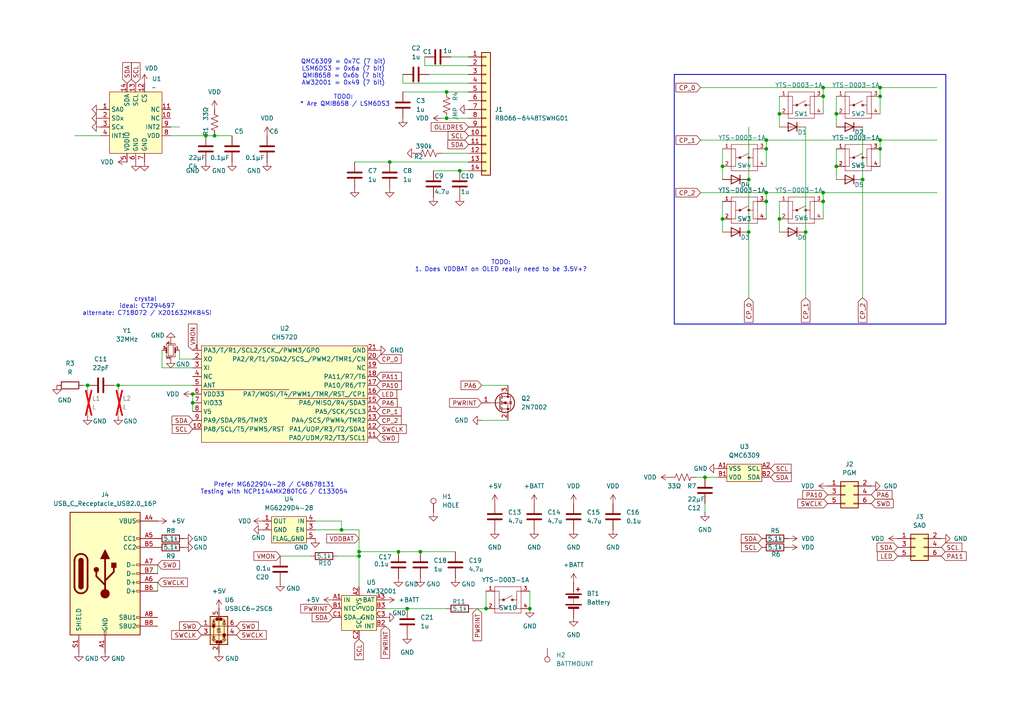
<source format=kicad_sch>
(kicad_sch (version 20250114) (generator "eeschema") (generator_version "9.0")
  (paper "A4")
  (rectangle (start 195.58 21.59) (end 274.32 93.98) (stroke (width 0.254)))
  (text "TODO:\n1. Does VDDBAT on OLED really need to be 3.5V+?" (at 145.288 77.216 0) (effects (font (size 1.27 1.27))))
  (text "Prefer MG6229D4-28 / C48678131\nTesting with NCP114AMX280TCG / C133054" (at 79.502 141.732 0) (effects (font (size 1.27 1.27))))
  (text "QMC6309 = 0x7C (7 bit)\nLSM6DS3 = 0x6a (7 bit)\nQMI8658 = 0x6b (7 bit)\nAW32001 = 0x49 (7 bit)\n\nTODO:\n * Are QMI8658 / LSM6DS3" (at 99.568 24.13 0) (effects (font (size 1.27 1.27))))
  (text "crystal \nideal: C7294697\nalternate: C718072 / X201632MKB4SI" (at 42.672 88.9 0) (effects (font (size 1.27 1.27))))
  (junction (at 118.11 176.53))
  (junction (at 242.57 33.02))
  (junction (at 34.29 111.76))
  (junction (at 59.69 39.37))
  (junction (at 238.76 25.4))
  (junction (at 104.14 160.02))
  (junction (at 242.57 48.26))
  (junction (at 113.03 46.99))
  (junction (at 222.25 58.42))
  (junction (at 25.4 111.76))
  (junction (at 255.27 25.4))
  (junction (at 209.55 48.26))
  (junction (at 153.67 176.53))
  (junction (at 133.35 49.53))
  (junction (at 238.76 58.42))
  (junction (at 222.25 55.88))
  (junction (at 129.54 26.67))
  (junction (at 115.57 160.02))
  (junction (at 204.47 138.43))
  (junction (at 121.92 160.02))
  (junction (at 238.76 27.94))
  (junction (at 217.17 52.07))
  (junction (at 255.27 27.94))
  (junction (at 99.06 153.67))
  (junction (at 222.25 40.64))
  (junction (at 233.68 67.31))
  (junction (at 62.23 39.37))
  (junction (at 238.76 55.88))
  (junction (at 217.17 67.31))
  (junction (at 226.06 63.5))
  (junction (at 55.88 114.3))
  (junction (at 255.27 43.18))
  (junction (at 222.25 43.18))
  (junction (at 255.27 40.64))
  (junction (at 226.06 33.02))
  (junction (at 104.14 161.29))
  (junction (at 129.54 34.29))
  (junction (at 209.55 63.5))
  (junction (at 250.19 52.07))
  (junction (at 140.97 176.53))
  (junction (at 55.88 116.84))
  (wire (pts (xy 255.27 27.94) (xy 255.27 33.02)))
  (wire (pts (xy 233.68 36.83) (xy 233.68 67.31)))
  (wire (pts (xy 45.72 163.83) (xy 45.72 166.37)))
  (wire (pts (xy 233.68 67.31) (xy 233.68 86.36)))
  (wire (pts (xy 81.28 161.29) (xy 90.17 161.29)))
  (wire (pts (xy 238.76 27.94) (xy 238.76 25.4)))
  (wire (pts (xy 99.06 151.13) (xy 99.06 153.67)))
  (wire (pts (xy 238.76 55.88) (xy 238.76 58.42)))
  (wire (pts (xy 203.2 40.64) (xy 222.25 40.64)))
  (wire (pts (xy 116.84 21.59) (xy 116.84 24.13)))
  (wire (pts (xy 34.29 113.03) (xy 34.29 111.76)))
  (wire (pts (xy 97.79 161.29) (xy 104.14 161.29)))
  (wire (pts (xy 209.55 63.5) (xy 209.55 67.31)))
  (wire (pts (xy 139.7 121.92) (xy 147.32 121.92)))
  (wire (pts (xy 140.97 171.45) (xy 140.97 176.53)))
  (wire (pts (xy 222.25 43.18) (xy 222.25 48.26)))
  (wire (pts (xy 242.57 27.94) (xy 242.57 33.02)))
  (wire (pts (xy 222.25 40.64) (xy 222.25 43.18)))
  (wire (pts (xy 204.47 148.59) (xy 204.47 146.05)))
  (wire (pts (xy 226.06 33.02) (xy 226.06 36.83)))
  (wire (pts (xy 33.02 111.76) (xy 34.29 111.76)))
  (wire (pts (xy 255.27 40.64) (xy 271.78 40.64)))
  (wire (pts (xy 129.54 26.67) (xy 135.89 26.67)))
  (wire (pts (xy 113.03 46.99) (xy 135.89 46.99)))
  (wire (pts (xy 222.25 40.64) (xy 255.27 40.64)))
  (wire (pts (xy 34.29 111.76) (xy 55.88 111.76)))
  (wire (pts (xy 99.06 153.67) (xy 104.14 153.67)))
  (wire (pts (xy 238.76 58.42) (xy 238.76 63.5)))
  (wire (pts (xy 204.47 138.43) (xy 208.28 138.43)))
  (wire (pts (xy 104.14 160.02) (xy 115.57 160.02)))
  (wire (pts (xy 203.2 25.4) (xy 238.76 25.4)))
  (wire (pts (xy 137.16 176.53) (xy 140.97 176.53)))
  (wire (pts (xy 118.11 176.53) (xy 111.76 176.53)))
  (wire (pts (xy 59.69 39.37) (xy 62.23 39.37)))
  (wire (pts (xy 255.27 43.18) (xy 255.27 48.26)))
  (wire (pts (xy 116.84 24.13) (xy 135.89 24.13)))
  (wire (pts (xy 217.17 36.83) (xy 217.17 52.07)))
  (wire (pts (xy 201.93 138.43) (xy 204.47 138.43)))
  (wire (pts (xy 209.55 58.42) (xy 209.55 63.5)))
  (wire (pts (xy 255.27 40.64) (xy 255.27 43.18)))
  (wire (pts (xy 128.27 44.45) (xy 135.89 44.45)))
  (wire (pts (xy 116.84 26.67) (xy 129.54 26.67)))
  (wire (pts (xy 222.25 55.88) (xy 238.76 55.88)))
  (wire (pts (xy 217.17 52.07) (xy 217.17 67.31)))
  (wire (pts (xy 222.25 55.88) (xy 222.25 58.42)))
  (wire (pts (xy 102.87 46.99) (xy 113.03 46.99)))
  (wire (pts (xy 222.25 58.42) (xy 222.25 63.5)))
  (wire (pts (xy 226.06 63.5) (xy 226.06 67.31)))
  (wire (pts (xy 55.88 116.84) (xy 55.88 119.38)))
  (wire (pts (xy 250.19 52.07) (xy 250.19 86.36)))
  (wire (pts (xy 49.53 39.37) (xy 59.69 39.37)))
  (wire (pts (xy 115.57 160.02) (xy 121.92 160.02)))
  (wire (pts (xy 123.19 16.51) (xy 123.19 19.05)))
  (wire (pts (xy 217.17 67.31) (xy 217.17 86.36)))
  (wire (pts (xy 55.88 106.68) (xy 46.99 106.68)))
  (wire (pts (xy 99.06 153.67) (xy 91.44 153.67)))
  (wire (pts (xy 46.99 106.68) (xy 46.99 101.6)))
  (wire (pts (xy 242.57 43.18) (xy 242.57 48.26)))
  (wire (pts (xy 104.14 153.67) (xy 104.14 160.02)))
  (wire (pts (xy 121.92 160.02) (xy 132.08 160.02)))
  (wire (pts (xy 118.11 176.53) (xy 129.54 176.53)))
  (wire (pts (xy 104.14 160.02) (xy 104.14 161.29)))
  (wire (pts (xy 209.55 48.26) (xy 209.55 52.07)))
  (wire (pts (xy 62.23 39.37) (xy 67.31 39.37)))
  (wire (pts (xy 226.06 58.42) (xy 226.06 63.5)))
  (wire (pts (xy 128.27 34.29) (xy 129.54 34.29)))
  (wire (pts (xy 52.07 101.6) (xy 52.07 104.14)))
  (wire (pts (xy 21.59 39.37) (xy 29.21 39.37)))
  (wire (pts (xy 55.88 114.3) (xy 55.88 116.84)))
  (wire (pts (xy 242.57 48.26) (xy 242.57 52.07)))
  (wire (pts (xy 250.19 36.83) (xy 250.19 52.07)))
  (wire (pts (xy 238.76 27.94) (xy 238.76 33.02)))
  (wire (pts (xy 203.2 55.88) (xy 222.25 55.88)))
  (wire (pts (xy 125.73 49.53) (xy 133.35 49.53)))
  (wire (pts (xy 255.27 25.4) (xy 255.27 27.94)))
  (wire (pts (xy 255.27 25.4) (xy 271.78 25.4)))
  (wire (pts (xy 226.06 27.94) (xy 226.06 33.02)))
  (wire (pts (xy 130.81 16.51) (xy 135.89 16.51)))
  (wire (pts (xy 45.72 168.91) (xy 45.72 171.45)))
  (wire (pts (xy 133.35 49.53) (xy 135.89 49.53)))
  (wire (pts (xy 124.46 21.59) (xy 135.89 21.59)))
  (wire (pts (xy 52.07 104.14) (xy 55.88 104.14)))
  (wire (pts (xy 123.19 19.05) (xy 135.89 19.05)))
  (wire (pts (xy 238.76 55.88) (xy 271.78 55.88)))
  (wire (pts (xy 25.4 113.03) (xy 25.4 111.76)))
  (wire (pts (xy 153.67 171.45) (xy 153.67 176.53)))
  (wire (pts (xy 139.7 111.76) (xy 147.32 111.76)))
  (wire (pts (xy 91.44 151.13) (xy 99.06 151.13)))
  (wire (pts (xy 242.57 33.02) (xy 242.57 36.83)))
  (wire (pts (xy 209.55 43.18) (xy 209.55 48.26)))
  (wire (pts (xy 104.14 161.29) (xy 104.14 170.18)))
  (wire (pts (xy 129.54 34.29) (xy 135.89 34.29)))
  (wire (pts (xy 52.07 36.83) (xy 49.53 36.83)))
  (wire (pts (xy 25.4 111.76) (xy 24.13 111.76)))
  (wire (pts (xy 238.76 25.4) (xy 255.27 25.4)))
  (global_label "SWCLK" (shape input) (at 58.42 184.15 180) (property "Intersheetrefs" "${INTERSHEET_REFS}" (effects (hide yes))))
  (global_label "SDA" (shape input) (at 96.52 179.07 180) (property "Intersheetrefs" "${INTERSHEET_REFS}" (effects (hide yes))))
  (global_label "PA10" (shape input) (at 109.22 111.76 0) (property "Intersheetrefs" "${INTERSHEET_REFS}" (effects (hide yes))))
  (global_label "PA10" (shape input) (at 240.03 143.51 180) (property "Intersheetrefs" "${INTERSHEET_REFS}" (effects (hide yes))))
  (global_label "SDA" (shape input) (at 135.89 41.91 180) (property "Intersheetrefs" "${INTERSHEET_REFS}" (effects (hide yes))))
  (global_label "PWRINT" (shape input) (at 139.7 116.84 180) (property "Intersheetrefs" "${INTERSHEET_REFS}" (effects (hide yes))))
  (global_label "PA11" (shape input) (at 109.22 109.22 0) (property "Intersheetrefs" "${INTERSHEET_REFS}" (effects (hide yes))))
  (global_label "SWCLK" (shape input) (at 45.72 168.91 0) (property "Intersheetrefs" "${INTERSHEET_REFS}" (effects (hide yes))))
  (global_label "LED" (shape input) (at 109.22 114.3 0) (property "Intersheetrefs" "${INTERSHEET_REFS}" (effects (hide yes))))
  (global_label "SCL" (shape input) (at 220.98 158.75 180) (property "Intersheetrefs" "${INTERSHEET_REFS}" (effects (hide yes))))
  (global_label "CP_0" (shape input) (at 203.2 25.4 180) (property "Intersheetrefs" "${INTERSHEET_REFS}" (effects (hide yes))))
  (global_label "SWD" (shape input) (at 58.42 181.61 180) (property "Intersheetrefs" "${INTERSHEET_REFS}" (effects (hide yes))))
  (global_label "SWCLK" (shape input) (at 68.58 184.15 0) (property "Intersheetrefs" "${INTERSHEET_REFS}" (effects (hide yes))))
  (global_label "VMON" (shape input) (at 81.28 161.29 180) (property "Intersheetrefs" "${INTERSHEET_REFS}" (effects (hide yes))))
  (global_label "CP_2" (shape input) (at 109.22 121.92 0) (property "Intersheetrefs" "${INTERSHEET_REFS}" (effects (hide yes))))
  (global_label "SWD" (shape input) (at 109.22 127 0) (property "Intersheetrefs" "${INTERSHEET_REFS}" (effects (hide yes))))
  (global_label "SDA" (shape input) (at 36.83 24.13 90) (property "Intersheetrefs" "${INTERSHEET_REFS}" (effects (hide yes))))
  (global_label "VMON" (shape input) (at 55.88 101.6 90) (property "Intersheetrefs" "${INTERSHEET_REFS}" (effects (hide yes))))
  (global_label "SCL" (shape input) (at 223.52 135.89 0) (property "Intersheetrefs" "${INTERSHEET_REFS}" (effects (hide yes))))
  (global_label "PA6" (shape input) (at 139.7 111.76 180) (property "Intersheetrefs" "${INTERSHEET_REFS}" (effects (hide yes))))
  (global_label "SDA" (shape input) (at 223.52 138.43 0) (property "Intersheetrefs" "${INTERSHEET_REFS}" (effects (hide yes))))
  (global_label "SWD" (shape input) (at 252.73 146.05 0) (property "Intersheetrefs" "${INTERSHEET_REFS}" (effects (hide yes))))
  (global_label "SWCLK" (shape input) (at 109.22 124.46 0) (property "Intersheetrefs" "${INTERSHEET_REFS}" (effects (hide yes))))
  (global_label "SCL" (shape input) (at 39.37 24.13 90) (property "Intersheetrefs" "${INTERSHEET_REFS}" (effects (hide yes))))
  (global_label "SCL" (shape input) (at 273.05 158.75 0) (property "Intersheetrefs" "${INTERSHEET_REFS}" (effects (hide yes))))
  (global_label "CP_1" (shape input) (at 109.22 119.38 0) (property "Intersheetrefs" "${INTERSHEET_REFS}" (effects (hide yes))))
  (global_label "SDA" (shape input) (at 260.35 158.75 180) (property "Intersheetrefs" "${INTERSHEET_REFS}" (effects (hide yes))))
  (global_label "OLEDRES" (shape input) (at 135.89 36.83 180) (property "Intersheetrefs" "${INTERSHEET_REFS}" (effects (hide yes))))
  (global_label "PWRINT" (shape input) (at 111.76 181.61 270) (property "Intersheetrefs" "${INTERSHEET_REFS}" (effects (hide yes))))
  (global_label "SWD" (shape input) (at 45.72 163.83 0) (property "Intersheetrefs" "${INTERSHEET_REFS}" (effects (hide yes))))
  (global_label "PWRINT" (shape input) (at 96.52 176.53 180) (property "Intersheetrefs" "${INTERSHEET_REFS}" (effects (hide yes))))
  (global_label "CP_2" (shape input) (at 203.2 55.88 180) (property "Intersheetrefs" "${INTERSHEET_REFS}" (effects (hide yes))))
  (global_label "PA6" (shape input) (at 109.22 116.84 0) (property "Intersheetrefs" "${INTERSHEET_REFS}" (effects (hide yes))))
  (global_label "PWRINT" (shape input) (at 138.43 176.53 270) (property "Intersheetrefs" "${INTERSHEET_REFS}" (effects (hide yes))))
  (global_label "CP_1" (shape input) (at 203.2 40.64 180) (property "Intersheetrefs" "${INTERSHEET_REFS}" (effects (hide yes))))
  (global_label "VDDBAT" (shape input) (at 104.14 156.21 180) (property "Intersheetrefs" "${INTERSHEET_REFS}" (effects (hide yes))))
  (global_label "CP_2" (shape input) (at 250.19 86.36 270) (property "Intersheetrefs" "${INTERSHEET_REFS}" (effects (hide yes))))
  (global_label "CP_0" (shape input) (at 109.22 104.14 0) (property "Intersheetrefs" "${INTERSHEET_REFS}" (effects (hide yes))))
  (global_label "SWCLK" (shape input) (at 240.03 146.05 180) (property "Intersheetrefs" "${INTERSHEET_REFS}" (effects (hide yes))))
  (global_label "LED" (shape input) (at 260.35 161.29 180) (property "Intersheetrefs" "${INTERSHEET_REFS}" (effects (hide yes))))
  (global_label "PA6" (shape input) (at 252.73 143.51 0) (property "Intersheetrefs" "${INTERSHEET_REFS}" (effects (hide yes))))
  (global_label "CP_1" (shape input) (at 233.68 86.36 270) (property "Intersheetrefs" "${INTERSHEET_REFS}" (effects (hide yes))))
  (global_label "SCL" (shape input) (at 104.14 185.42 270) (property "Intersheetrefs" "${INTERSHEET_REFS}" (effects (hide yes))))
  (global_label "SCL" (shape input) (at 55.88 124.46 180) (property "Intersheetrefs" "${INTERSHEET_REFS}" (effects (hide yes))))
  (global_label "SDA" (shape input) (at 220.98 156.21 180) (property "Intersheetrefs" "${INTERSHEET_REFS}" (effects (hide yes))))
  (global_label "SWD" (shape input) (at 68.58 181.61 0) (property "Intersheetrefs" "${INTERSHEET_REFS}" (effects (hide yes))))
  (global_label "SDA" (shape input) (at 55.88 121.92 180) (property "Intersheetrefs" "${INTERSHEET_REFS}" (effects (hide yes))))
  (global_label "CP_0" (shape input) (at 217.17 86.36 270) (property "Intersheetrefs" "${INTERSHEET_REFS}" (effects (hide yes))))
  (global_label "SCL" (shape input) (at 135.89 39.37 180) (property "Intersheetrefs" "${INTERSHEET_REFS}" (effects (hide yes))))
  (global_label "PA11" (shape input) (at 273.05 161.29 0) (property "Intersheetrefs" "${INTERSHEET_REFS}" (effects (hide yes))))
  (symbol (lib_id "Swadge_Parts:GND") (at 77.47 46.99 0) (unit 1)
    (property "Reference" "#PWR015" (effects (hide yes)))
    (property "Value" "GND" (at 73.66 49.53 0))
  )
  (symbol (lib_id "Connector:TestPoint") (at 158.75 187.96 180) (unit 1) (in_bom no)
    (property "Reference" "H2" (at 161.29 189.9919 0) (effects (justify right)))
    (property "Value" "BATTMOUNT" (at 161.29 192.5319 0) (effects (justify right)))
    (property "Footprint" "MountingHole:MountingHole_2.1mm" (effects (hide yes)))
    (property "Description" "test point" (effects (hide yes)))
  )
  (symbol (lib_id "cnhardware:QMC6309") (at 215.9 137.16 0) (unit 1)
    (property "Reference" "U3" (at 215.9 129.54 0))
    (property "Value" "QMC6309" (at 215.9 132.08 0))
    (property "Footprint" "Package_BGA:WLP-4_0.83x0.83mm_P0.4mm" (effects (hide yes)))
    (property "LCSC" "C5439871" (effects (hide yes)))
  )
  (symbol (lib_id "cnhardware:AW32001E-BMS") (at 104.14 176.53 0) (unit 1)
    (property "Reference" "U5" (at 106.2833 168.91 0) (effects (justify left)))
    (property "Value" "AW32001" (at 106.2833 171.45 0) (effects (justify left)))
    (property "Footprint" "cnhardware:WLCSP-9-P0.5mm" (effects (hide yes)))
    (property "LCSC" "C5125890" (effects (hide yes)))
  )
  (symbol (lib_id "Swadge_Parts:R_US") (at 198.12 138.43 270) (unit 1)
    (property "Reference" "R7" (at 200.66 140.97 90))
    (property "Value" "33Ω" (at 195.58 140.97 90))
    (property "Footprint" "Resistor_SMD:R_0603_1608Metric" (effects (hide yes)))
    (property "Cost100" "10" (effects (hide yes)))
    (property "Substitutable" "Y" (effects (hide yes)))
    (property "LCSC" "C23140" (effects (hide yes)))
    (property "Cost @ 2.5k" "0.0008" (effects (hide yes)))
  )
  (symbol (lib_id "power:GND") (at 118.11 184.15 0) (unit 1)
    (property "Reference" "#PWR063" (effects (hide yes)))
    (property "Value" "GND" (at 118.11 189.23 0))
    (property "Description" "Power symbol creates a global label with name \"GND\" , ground" (effects (hide yes)))
  )
  (symbol (lib_id "Swadge_Parts:C") (at 59.69 43.18 0) (unit 1)
    (property "Reference" "C4" (at 54.61 48.26 0) (effects (justify left)))
    (property "Value" "22μF" (at 54.61 45.72 0) (effects (justify left)))
    (property "Footprint" "Capacitor_SMD:C_0603_1608Metric" (effects (hide yes)))
    (property "Cost100" "10" (effects (hide yes)))
    (property "Substitutable" "Y" (effects (hide yes)))
    (property "LCSC" "C59461" (effects (hide yes)))
    (property "Cost @ 2.5k" "0.0079" (effects (hide yes)))
  )
  (symbol (lib_id "Device:R") (at 93.98 161.29 90) (unit 1)
    (property "Reference" "R10" (at 94.234 163.322 90))
    (property "Value" "5.1k" (at 93.98 161.29 90))
    (property "Footprint" "Resistor_SMD:R_0402_1005Metric" (effects (hide yes)))
    (property "Description" "Resistor" (effects (hide yes)))
    (property "LCSC" "C25905" (effects (hide yes)))
  )
  (symbol (lib_id "power:GND") (at 166.37 179.07 0) (unit 1)
    (property "Reference" "#PWR062" (effects (hide yes)))
    (property "Value" "GND" (at 166.37 184.15 0))
    (property "Description" "Power symbol creates a global label with name \"GND\" , ground" (effects (hide yes)))
  )
  (symbol (lib_id "power:GND") (at 81.28 168.91 0) (mirror y) (unit 1)
    (property "Reference" "#PWR055" (effects (hide yes)))
    (property "Value" "GND" (at 87.122 170.688 0) (effects (justify left)))
  )
  (symbol (lib_id "power:GND") (at 204.47 148.59 0) (unit 1)
    (property "Reference" "#PWR039" (effects (hide yes)))
    (property "Value" "GND" (at 204.47 153.67 0))
    (property "Description" "Power symbol creates a global label with name \"GND\" , ground" (effects (hide yes)))
  )
  (symbol (lib_id "power:VDD") (at 36.83 46.99 90) (unit 1)
    (property "Reference" "#PWR010" (effects (hide yes)))
    (property "Value" "VDD" (at 33.02 46.9899 90) (effects (justify left)))
  )
  (symbol (lib_id "Device:R") (at 20.32 111.76 90) (unit 1)
    (property "Reference" "R3" (at 20.32 105.41 90))
    (property "Value" "R" (at 20.32 107.95 90))
    (property "Footprint" "RF_Antenna:Texas_SWRA117D_2.4GHz_Right" (effects (hide yes)))
    (property "Description" "Resistor" (effects (hide yes)))
  )
  (symbol (lib_id "power:GND") (at 132.08 167.64 0) (mirror y) (unit 1)
    (property "Reference" "#PWR054" (effects (hide yes)))
    (property "Value" "GND" (at 137.922 169.418 0) (effects (justify left)))
  )
  (symbol (lib_id "power:GND") (at 22.86 189.23 0) (mirror y) (unit 1)
    (property "Reference" "#PWR064" (effects (hide yes)))
    (property "Value" "GND" (at 28.702 191.008 0) (effects (justify left)))
  )
  (symbol (lib_id "power:VDD") (at 228.6 158.75 270) (unit 1)
    (property "Reference" "#PWR029" (effects (hide yes)))
    (property "Value" "VDD" (at 232.41 158.7499 90) (effects (justify left)))
  )
  (symbol (lib_id "Swadge_Parts:YTS-D003-1A") (at 248.92 45.72 0) (unit 1)
    (property "Reference" "SW5" (at 248.92 48.006 0))
    (property "Value" "YTS-D003-1A" (at 241.3 40.64 0) (effects (justify left bottom)))
    (property "Footprint" "cnhardware:YTS-D003-1A" (effects (hide yes)))
    (property "Datasheet" "https://datasheet.lcsc.com/lcsc/2111291730_YIYUAN-YTS-D003-1A_C2910918.pdf" (effects (hide yes)))
    (property "Digikey" "2223-TS04-66-65-BK-100-SMT-ND" (effects (hide yes)))
    (property "Cost100" "1" (effects (hide yes)))
    (property "Substitutable" "Y" (effects (hide yes)))
    (property "Notes" "Use low operating force (100gf) SMT box tactile buttons" (effects (hide yes)))
    (property "LCSC" "C2910918" (effects (hide yes)))
  )
  (symbol (lib_id "Swadge_Parts:GND") (at 41.91 46.99 0) (unit 1)
    (property "Reference" "#PWR012" (effects (hide yes)))
    (property "Value" "GND" (effects (hide yes)))
  )
  (symbol (lib_id "Swadge_Parts:GND") (at 116.84 34.29 0) (unit 1)
    (property "Reference" "#PWR06" (effects (hide yes)))
    (property "Value" "GND" (effects (hide yes)))
  )
  (symbol (lib_id "Swadge_Parts:GND") (at 29.21 31.75 270) (unit 1)
    (property "Reference" "#PWR02" (effects (hide yes)))
    (property "Value" "GND" (effects (hide yes)))
  )
  (symbol (lib_id "Connector_Generic:Conn_02x03_Odd_Even") (at 245.11 143.51 0) (unit 1)
    (property "Reference" "J2" (at 246.38 134.62 0))
    (property "Value" "PGM" (at 246.38 137.16 0))
    (property "Footprint" "Connector_PinHeader_2.54mm:PinHeader_2x03_P2.54mm_Vertical_SMD" (effects (hide yes)))
    (property "Description" "Generic connector, double row, 02x03, odd/even pin numbering scheme (row 1 odd numbers, row 2 even numbers), script generated (kicad-library-utils/schlib/autogen/connector/)" (effects (hide yes)))
    (property "LCSC" "C192301" (effects (hide yes)))
  )
  (symbol (lib_id "power:+BATT") (at 111.76 173.99 270) (unit 1)
    (property "Reference" "#PWR058" (effects (hide yes)))
    (property "Value" "+BATT" (at 115.57 173.9899 90) (effects (justify left)))
    (property "Description" "Power symbol creates a global label with name \"+BATT\"" (effects (hide yes)))
  )
  (symbol (lib_id "Device:C") (at 127 16.51 90) (unit 1)
    (property "Reference" "C1" (at 123.952 14.986 90))
    (property "Value" "1u" (at 129.794 14.732 90))
    (property "Footprint" "Capacitor_SMD:C_0402_1005Metric" (effects (hide yes)))
    (property "Description" "Unpolarized capacitor" (effects (hide yes)))
    (property "LCSC" "C52923" (effects (hide yes)))
  )
  (symbol (lib_id "cnhardware:LSM6DSL") (at 39.37 35.56 0) (unit 1)
    (property "Reference" "U1" (at 44.0533 22.86 0) (effects (justify left)))
    (property "Value" "~" (at 44.0533 25.4 0) (effects (justify left)))
    (property "Footprint" "cnhardware:LGA-14_3x2.5mm_P0.5mm_LayoutBorder3x4y_EVEN_PADS" (effects (hide yes)))
    (property "LCSC" "C967633" (effects (hide yes)))
  )
  (symbol (lib_id "power:GND") (at 273.05 156.21 90) (unit 1)
    (property "Reference" "#PWR050" (effects (hide yes)))
    (property "Value" "GND" (at 280.67 156.21 90) (effects (justify left)))
  )
  (symbol (lib_id "Device:D") (at 246.38 36.83 180) (unit 1)
    (property "Reference" "D2" (at 249.174 38.354 0))
    (property "Value" "1N4148WS" (effects (hide yes)))
    (property "Footprint" "Diode_SMD:D_SOD-323_HandSoldering" (effects (hide yes)))
    (property "Description" "Diode" (effects (hide yes)))
    (property "Sim.Device" "D" (effects (hide yes)))
    (property "Sim.Pins" "1=K 2=A" (effects (hide yes)))
    (property "LCSC" "C2128" (effects (hide yes)))
  )
  (symbol (lib_id "Device:C") (at 125.73 53.34 0) (unit 1)
    (property "Reference" "C9" (at 125.984 51.054 0) (effects (justify left)))
    (property "Value" "4.7u" (at 125.984 55.626 0) (effects (justify left)))
    (property "Footprint" "Capacitor_SMD:C_0402_1005Metric" (effects (hide yes)))
    (property "Description" "Unpolarized capacitor" (effects (hide yes)))
    (property "LCSC" "C368809" (effects (hide yes)))
  )
  (symbol (lib_id "power:+5V") (at 63.5 176.53 0) (unit 1)
    (property "Reference" "#PWR059" (effects (hide yes)))
    (property "Value" "+5V" (at 63.5 171.45 0))
    (property "Description" "Power symbol creates a global label with name \"+5V\"" (effects (hide yes)))
  )
  (symbol (lib_id "Device:C") (at 118.11 180.34 0) (unit 1)
    (property "Reference" "C21" (at 121.92 179.0699 0) (effects (justify left)))
    (property "Value" "1u" (at 121.92 181.6099 0) (effects (justify left)))
    (property "Footprint" "Capacitor_SMD:C_0402_1005Metric" (effects (hide yes)))
    (property "Description" "Unpolarized capacitor" (effects (hide yes)))
    (property "LCSC" "C52923" (effects (hide yes)))
  )
  (symbol (lib_id "Device:C") (at 121.92 163.83 0) (unit 1)
    (property "Reference" "C18" (at 125.73 162.5599 0) (effects (justify left)))
    (property "Value" "1u" (at 125.73 165.0999 0) (effects (justify left)))
    (property "Footprint" "Capacitor_SMD:C_0402_1005Metric" (effects (hide yes)))
    (property "Description" "Unpolarized capacitor" (effects (hide yes)))
    (property "LCSC" "C52923" (effects (hide yes)))
  )
  (symbol (lib_id "Device:Crystal_GND24_Small") (at 49.53 101.6 0) (mirror y) (unit 1)
    (property "Reference" "Y1" (at 36.83 95.8782 0))
    (property "Value" "32MHz" (at 36.83 98.4182 0))
    (property "Footprint" "Crystal:Crystal_SMD_2016-4Pin_2.0x1.6mm" (effects (hide yes)))
    (property "Description" "Four pin crystal, GND on pins 2 and 4, small symbol" (effects (hide yes)))
    (property "LCSC" "C7294697" (effects (hide yes)))
  )
  (symbol (lib_id "Swadge_Parts:GND") (at 102.87 54.61 0) (unit 1)
    (property "Reference" "#PWR016" (effects (hide yes)))
    (property "Value" "GND" (effects (hide yes)))
  )
  (symbol (lib_id "power:+BATT") (at 166.37 168.91 0) (unit 1)
    (property "Reference" "#PWR056" (effects (hide yes)))
    (property "Value" "+BATT" (at 166.37 163.83 0))
    (property "Description" "Power symbol creates a global label with name \"+BATT\"" (effects (hide yes)))
  )
  (symbol (lib_id "power:GND") (at 143.51 153.67 0) (unit 1)
    (property "Reference" "#PWR043" (effects (hide yes)))
    (property "Value" "GND" (at 143.51 158.75 0))
    (property "Description" "Power symbol creates a global label with name \"GND\" , ground" (effects (hide yes)))
  )
  (symbol (lib_id "power:+5V") (at 143.51 146.05 0) (unit 1)
    (property "Reference" "#PWR034" (effects (hide yes)))
    (property "Value" "+5V" (at 143.51 140.97 0))
    (property "Description" "Power symbol creates a global label with name \"+5V\"" (effects (hide yes)))
  )
  (symbol (lib_id "power:GND") (at 91.44 156.21 0) (mirror y) (unit 1)
    (property "Reference" "#PWR048" (effects (hide yes)))
    (property "Value" "GND" (at 89.408 158.75 0) (effects (justify left)))
  )
  (symbol (lib_id "Device:R") (at 49.53 158.75 90) (unit 1)
    (property "Reference" "R9" (at 49.53 161.29 90))
    (property "Value" "5.1k" (at 49.53 158.75 90))
    (property "Footprint" "Resistor_SMD:R_0402_1005Metric" (effects (hide yes)))
    (property "Description" "Resistor" (effects (hide yes)))
    (property "LCSC" "C25905" (effects (hide yes)))
  )
  (symbol (lib_id "power:GND") (at 111.76 179.07 90) (mirror x) (unit 1)
    (property "Reference" "#PWR061" (effects (hide yes)))
    (property "Value" "GND" (at 117.856 177.8 90) (effects (justify left)))
  )
  (symbol (lib_id "power:GND") (at 63.5 189.23 0) (mirror y) (unit 1)
    (property "Reference" "#PWR066" (effects (hide yes)))
    (property "Value" "GND" (at 69.342 191.008 0) (effects (justify left)))
  )
  (symbol (lib_id "Device:C") (at 177.8 149.86 0) (unit 1)
    (property "Reference" "C16" (at 181.61 148.5899 0) (effects (justify left)))
    (property "Value" "0.1u" (at 181.61 151.1299 0) (effects (justify left)))
    (property "Footprint" "Capacitor_SMD:C_0402_1005Metric" (effects (hide yes)))
    (property "Description" "Unpolarized capacitor" (effects (hide yes)))
    (property "LCSC" "C307331" (effects (hide yes)))
  )
  (symbol (lib_id "power:GND") (at 53.34 156.21 90) (mirror x) (unit 1)
    (property "Reference" "#PWR047" (effects (hide yes)))
    (property "Value" "GND" (at 60.198 156.21 90) (effects (justify left)))
  )
  (symbol (lib_id "power:+5V") (at 96.52 173.99 90) (unit 1)
    (property "Reference" "#PWR057" (effects (hide yes)))
    (property "Value" "+5V" (at 92.71 173.9899 90) (effects (justify left)))
    (property "Description" "Power symbol creates a global label with name \"+5V\"" (effects (hide yes)))
  )
  (symbol (lib_id "Device:L") (at 25.4 116.84 0) (unit 1) (in_bom no) (dnp yes)
    (property "Reference" "L1" (at 26.67 115.5699 0) (effects (justify left)))
    (property "Value" "L" (at 26.67 118.1099 0) (effects (justify left)))
    (property "Footprint" "Inductor_SMD:L_0402_1005Metric" (effects (hide yes)))
    (property "Description" "Inductor" (effects (hide yes)))
  )
  (symbol (lib_id "power:VDD") (at 128.27 34.29 90) (unit 1)
    (property "Reference" "#PWR025" (effects (hide yes)))
    (property "Value" "VDD" (at 124.46 34.2899 90) (effects (justify left)))
  )
  (symbol (lib_id "Device:R") (at 49.53 156.21 90) (unit 1)
    (property "Reference" "R8" (at 49.53 153.924 90))
    (property "Value" "5.1k" (at 49.53 156.21 90))
    (property "Footprint" "Resistor_SMD:R_0402_1005Metric" (effects (hide yes)))
    (property "Description" "Resistor" (effects (hide yes)))
    (property "LCSC" "C25905" (effects (hide yes)))
  )
  (symbol (lib_id "power:GND") (at 76.2 153.67 270) (mirror x) (unit 1)
    (property "Reference" "#PWR042" (effects (hide yes)))
    (property "Value" "GND" (at 72.898 155.956 90) (effects (justify left)))
  )
  (symbol (lib_id "Swadge_Parts:YTS-D003-1A") (at 215.9 60.96 0) (unit 1)
    (property "Reference" "SW3" (at 215.9 63.5 0))
    (property "Value" "YTS-D003-1A" (at 208.28 55.88 0) (effects (justify left bottom)))
    (property "Footprint" "cnhardware:YTS-D003-1A" (effects (hide yes)))
    (property "Datasheet" "https://datasheet.lcsc.com/lcsc/2111291730_YIYUAN-YTS-D003-1A_C2910918.pdf" (effects (hide yes)))
    (property "Digikey" "2223-TS04-66-65-BK-100-SMT-ND" (effects (hide yes)))
    (property "Cost100" "1" (effects (hide yes)))
    (property "Substitutable" "Y" (effects (hide yes)))
    (property "Notes" "Use low operating force (100gf) SMT box tactile buttons" (effects (hide yes)))
    (property "LCSC" "C2910918" (effects (hide yes)))
  )
  (symbol (lib_id "Power_Protection:USBLC6-2SC6") (at 63.5 181.61 0) (unit 1)
    (property "Reference" "U6" (at 65.1511 173.99 0) (effects (justify left)))
    (property "Value" "USBLC6-2SC6" (at 65.1511 176.53 0) (effects (justify left)))
    (property "Footprint" "Package_TO_SOT_SMD:SOT-363_SC-70-6" (effects (hide yes)))
    (property "Datasheet" "https://www.st.com/resource/en/datasheet/usblc6-2.pdf" (effects (hide yes)))
    (property "Description" "Very low capacitance ESD protection diode, 2 data-line, SOT-23-6" (effects (hide yes)))
    (property "LCSC" "C1973965" (effects (hide yes)))
  )
  (symbol (lib_id "Swadge_Parts:R_US") (at 129.54 30.48 0) (unit 1)
    (property "Reference" "R4" (at 132.08 27.94 90))
    (property "Value" "JMP" (at 132.08 33.02 90))
    (property "Footprint" "Resistor_SMD:R_0603_1608Metric" (effects (hide yes)))
    (property "Cost100" "10" (effects (hide yes)))
    (property "Substitutable" "Y" (effects (hide yes)))
    (property "LCSC" "C21189" (effects (hide yes)))
    (property "Cost @ 2.5k" "0.0008" (effects (hide yes)))
  )
  (symbol (lib_id "Connector:USB_C_Receptacle_USB2.0_16P") (at 30.48 166.37 0) (unit 1)
    (property "Reference" "J4" (at 30.48 143.51 0))
    (property "Value" "USB_C_Receptacle_USB2.0_16P" (at 30.48 146.05 0))
    (property "Footprint" "cnhardware:USB_C_MOD_Receptacle_HRO_TYPE-C-31-M-12" (effects (hide yes)))
    (property "Datasheet" "https://www.usb.org/sites/default/files/documents/usb_type-c.zip" (effects (hide yes)))
    (property "Description" "USB 2.0-only 16P Type-C Receptacle connector" (effects (hide yes)))
    (property "LCSC" "C2765186" (effects (hide yes)))
  )
  (symbol (lib_id "Device:D") (at 246.38 52.07 180) (unit 1)
    (property "Reference" "D5" (at 249.174 53.594 0))
    (property "Value" "1N4148WS" (effects (hide yes)))
    (property "Footprint" "Diode_SMD:D_SOD-323_HandSoldering" (effects (hide yes)))
    (property "Description" "Diode" (effects (hide yes)))
    (property "Sim.Device" "D" (effects (hide yes)))
    (property "Sim.Pins" "1=K 2=A" (effects (hide yes)))
    (property "LCSC" "C2128" (effects (hide yes)))
  )
  (symbol (lib_id "power:GND") (at 139.7 121.92 270) (unit 1)
    (property "Reference" "#PWR067" (effects (hide yes)))
    (property "Value" "GND" (at 135.89 121.9199 90) (effects (justify right)))
    (property "Description" "Power symbol creates a global label with name \"GND\" , ground" (effects (hide yes)))
  )
  (symbol (lib_id "power:GND") (at 25.4 120.65 0) (mirror y) (unit 1)
    (property "Reference" "#PWR026" (effects (hide yes)))
    (property "Value" "GND" (at 30.988 122.174 0) (effects (justify left)))
  )
  (symbol (lib_id "power:GND") (at 30.48 189.23 0) (mirror y) (unit 1)
    (property "Reference" "#PWR065" (effects (hide yes)))
    (property "Value" "GND" (at 36.322 191.008 0) (effects (justify left)))
  )
  (symbol (lib_id "Device:C") (at 132.08 163.83 0) (unit 1)
    (property "Reference" "C19" (at 135.89 162.5599 0) (effects (justify left)))
    (property "Value" "4.7u" (at 135.89 165.0999 0) (effects (justify left)))
    (property "Footprint" "Capacitor_SMD:C_0402_1005Metric" (effects (hide yes)))
    (property "Description" "Unpolarized capacitor" (effects (hide yes)))
    (property "LCSC" "C368809" (effects (hide yes)))
  )
  (symbol (lib_id "power:GND") (at 177.8 153.67 0) (unit 1)
    (property "Reference" "#PWR046" (effects (hide yes)))
    (property "Value" "GND" (at 177.8 158.75 0))
    (property "Description" "Power symbol creates a global label with name \"GND\" , ground" (effects (hide yes)))
  )
  (symbol (lib_id "Connector:TestPoint") (at 125.73 148.59 0) (unit 1) (in_bom no)
    (property "Reference" "H1" (at 128.27 144.0179 0) (effects (justify left)))
    (property "Value" "HOLE" (at 128.27 146.5579 0) (effects (justify left)))
    (property "Footprint" "MountingHole:MountingHole_5.3mm_M5_DIN965_Pad" (effects (hide yes)))
    (property "Description" "test point" (effects (hide yes)))
  )
  (symbol (lib_id "Device:C") (at 116.84 30.48 0) (unit 1)
    (property "Reference" "C3" (at 120.65 29.2099 0) (effects (justify left)))
    (property "Value" "1u" (at 120.65 31.7499 0) (effects (justify left)))
    (property "Footprint" "Capacitor_SMD:C_0402_1005Metric" (effects (hide yes)))
    (property "Description" "Unpolarized capacitor" (effects (hide yes)))
    (property "LCSC" "C52923" (effects (hide yes)))
  )
  (symbol (lib_id "power:GND") (at 208.28 135.89 270) (unit 1)
    (property "Reference" "#PWR030" (effects (hide yes)))
    (property "Value" "GND" (at 203.2 135.89 90))
    (property "Description" "Power symbol creates a global label with name \"GND\" , ground" (effects (hide yes)))
  )
  (symbol (lib_id "Connector_Generic:Conn_02x03_Odd_Even") (at 265.43 158.75 0) (unit 1)
    (property "Reference" "J3" (at 266.7 149.86 0))
    (property "Value" "SAO" (at 266.7 152.4 0))
    (property "Footprint" "Connector_PinHeader_2.54mm:PinHeader_2x03_P2.54mm_Vertical_SMD" (effects (hide yes)))
    (property "Description" "Generic connector, double row, 02x03, odd/even pin numbering scheme (row 1 odd numbers, row 2 even numbers), script generated (kicad-library-utils/schlib/autogen/connector/)" (effects (hide yes)))
    (property "LCSC" "C192301" (effects (hide yes)))
  )
  (symbol (lib_id "power:GND") (at 115.57 167.64 0) (mirror y) (unit 1)
    (property "Reference" "#PWR052" (effects (hide yes)))
    (property "Value" "GND" (at 121.412 169.418 0) (effects (justify left)))
  )
  (symbol (lib_id "Device:C") (at 29.21 111.76 90) (unit 1)
    (property "Reference" "C11" (at 29.21 104.14 90))
    (property "Value" "22pF" (at 29.21 106.68 90))
    (property "Footprint" "Capacitor_SMD:C_0402_1005Metric" (effects (hide yes)))
    (property "Description" "Unpolarized capacitor" (effects (hide yes)))
    (property "LCSC" "C1555" (effects (hide yes)))
  )
  (symbol (lib_id "Device:C") (at 115.57 163.83 0) (unit 1)
    (property "Reference" "C17" (at 109.728 161.544 0) (effects (justify left)))
    (property "Value" "0.1u" (at 108.458 163.576 0) (effects (justify left)))
    (property "Footprint" "Capacitor_SMD:C_0402_1005Metric" (effects (hide yes)))
    (property "Description" "Unpolarized capacitor" (effects (hide yes)))
    (property "LCSC" "C307331" (effects (hide yes)))
  )
  (symbol (lib_id "Device:D") (at 213.36 52.07 180) (unit 1)
    (property "Reference" "D4" (at 216.154 53.594 0))
    (property "Value" "1N4148WS" (effects (hide yes)))
    (property "Footprint" "Diode_SMD:D_SOD-323_HandSoldering" (effects (hide yes)))
    (property "Description" "Diode" (effects (hide yes)))
    (property "Sim.Device" "D" (effects (hide yes)))
    (property "Sim.Pins" "1=K 2=A" (effects (hide yes)))
    (property "LCSC" "C2128" (effects (hide yes)))
  )
  (symbol (lib_id "Swadge_Parts:YTS-D003-1A") (at 248.92 30.48 0) (unit 1)
    (property "Reference" "SW2" (at 248.92 33.02 0))
    (property "Value" "YTS-D003-1A" (at 241.3 25.4 0) (effects (justify left bottom)))
    (property "Footprint" "cnhardware:YTS-D003-1A" (effects (hide yes)))
    (property "Datasheet" "https://datasheet.lcsc.com/lcsc/2111291730_YIYUAN-YTS-D003-1A_C2910918.pdf" (effects (hide yes)))
    (property "Digikey" "2223-TS04-66-65-BK-100-SMT-ND" (effects (hide yes)))
    (property "Cost100" "1" (effects (hide yes)))
    (property "Substitutable" "Y" (effects (hide yes)))
    (property "Notes" "Use low operating force (100gf) SMT box tactile buttons" (effects (hide yes)))
    (property "LCSC" "C2910918" (effects (hide yes)))
  )
  (symbol (lib_id "power:VDD") (at 76.2 151.13 90) (unit 1)
    (property "Reference" "#PWR041" (effects (hide yes)))
    (property "Value" "VDD" (at 69.088 151.13 90) (effects (justify right)))
  )
  (symbol (lib_id "Device:D") (at 229.87 36.83 180) (unit 1)
    (property "Reference" "D1" (at 232.664 38.354 0))
    (property "Value" "1N4148WS" (effects (hide yes)))
    (property "Footprint" "Diode_SMD:D_SOD-323_HandSoldering" (effects (hide yes)))
    (property "Description" "Diode" (effects (hide yes)))
    (property "Sim.Device" "D" (effects (hide yes)))
    (property "Sim.Pins" "1=K 2=A" (effects (hide yes)))
    (property "LCSC" "C2128" (effects (hide yes)))
  )
  (symbol (lib_id "power:GND") (at 153.67 176.53 0) (unit 1)
    (property "Reference" "#PWR060" (effects (hide yes)))
    (property "Value" "GND" (at 153.67 181.61 0))
    (property "Description" "Power symbol creates a global label with name \"GND\" , ground" (effects (hide yes)))
  )
  (symbol (lib_id "Device:C") (at 154.94 149.86 0) (unit 1)
    (property "Reference" "C14" (at 158.75 148.5899 0) (effects (justify left)))
    (property "Value" "4.7u" (at 158.75 151.1299 0) (effects (justify left)))
    (property "Footprint" "Capacitor_SMD:C_0402_1005Metric" (effects (hide yes)))
    (property "Description" "Unpolarized capacitor" (effects (hide yes)))
    (property "LCSC" "C368809" (effects (hide yes)))
  )
  (symbol (lib_id "Device:L") (at 34.29 116.84 0) (unit 1) (in_bom no) (dnp yes)
    (property "Reference" "L2" (at 35.56 115.5699 0) (effects (justify left)))
    (property "Value" "L" (at 35.56 118.1099 0) (effects (justify left)))
    (property "Footprint" "Inductor_SMD:L_0402_1005Metric" (effects (hide yes)))
    (property "Description" "Inductor" (effects (hide yes)))
  )
  (symbol (lib_id "Device:Battery") (at 166.37 173.99 0) (unit 1)
    (property "Reference" "BT1" (at 170.18 172.1484 0) (effects (justify left)))
    (property "Value" "Battery" (at 170.18 174.6884 0) (effects (justify left)))
    (property "Footprint" "Battery:BatteryHolder_Bulgin_BX0123_1xCR123" (effects (hide yes)))
    (property "Description" "Multiple-cell battery" (effects (hide yes)))
    (property "LCSC" "C5290177" (effects (hide yes)))
  )
  (symbol (lib_id "power:GND") (at 49.53 104.14 0) (mirror y) (unit 1)
    (property "Reference" "#PWR022" (effects (hide yes)))
    (property "Value" "GND" (at 55.118 105.664 0) (effects (justify left)))
  )
  (symbol (lib_id "power:GND") (at 121.92 167.64 0) (mirror y) (unit 1)
    (property "Reference" "#PWR053" (effects (hide yes)))
    (property "Value" "GND" (at 127.762 169.418 0) (effects (justify left)))
  )
  (symbol (lib_id "power:GND") (at 154.94 153.67 0) (unit 1)
    (property "Reference" "#PWR044" (effects (hide yes)))
    (property "Value" "GND" (at 154.94 158.75 0))
    (property "Description" "Power symbol creates a global label with name \"GND\" , ground" (effects (hide yes)))
  )
  (symbol (lib_id "power:VDD") (at 55.88 114.3 90) (unit 1)
    (property "Reference" "#PWR024" (effects (hide yes)))
    (property "Value" "VDD" (at 52.07 114.2999 90) (effects (justify left)))
  )
  (symbol (lib_id "Swadge_Parts:YTS-D003-1A") (at 215.9 45.72 0) (unit 1)
    (property "Reference" "SW4" (at 215.9 48.006 0))
    (property "Value" "YTS-D003-1A" (at 208.28 40.64 0) (effects (justify left bottom)))
    (property "Footprint" "cnhardware:YTS-D003-1A" (effects (hide yes)))
    (property "Datasheet" "https://datasheet.lcsc.com/lcsc/2111291730_YIYUAN-YTS-D003-1A_C2910918.pdf" (effects (hide yes)))
    (property "Digikey" "2223-TS04-66-65-BK-100-SMT-ND" (effects (hide yes)))
    (property "Cost100" "1" (effects (hide yes)))
    (property "Substitutable" "Y" (effects (hide yes)))
    (property "Notes" "Use low operating force (100gf) SMT box tactile buttons" (effects (hide yes)))
    (property "LCSC" "C2910918" (effects (hide yes)))
  )
  (symbol (lib_id "power:VDD") (at 41.91 24.13 0) (unit 1)
    (property "Reference" "#PWR01" (effects (hide yes)))
    (property "Value" "VDD" (at 43.942 19.812 0))
  )
  (symbol (lib_id "power:GND") (at 53.34 158.75 90) (mirror x) (unit 1)
    (property "Reference" "#PWR051" (effects (hide yes)))
    (property "Value" "GND" (at 60.198 158.75 90) (effects (justify left)))
  )
  (symbol (lib_id "Swadge_Parts:R_US") (at 62.23 35.56 180) (unit 1)
    (property "Reference" "R1" (at 59.69 38.1 90))
    (property "Value" "33Ω" (at 59.69 33.02 90))
    (property "Footprint" "Resistor_SMD:R_0603_1608Metric" (effects (hide yes)))
    (property "Cost100" "10" (effects (hide yes)))
    (property "Substitutable" "Y" (effects (hide yes)))
    (property "LCSC" "C23140" (effects (hide yes)))
    (property "Cost @ 2.5k" "0.0008" (effects (hide yes)))
  )
  (symbol (lib_id "power:GND") (at 34.29 120.65 0) (mirror y) (unit 1)
    (property "Reference" "#PWR027" (effects (hide yes)))
    (property "Value" "GND" (at 39.878 122.174 0) (effects (justify left)))
  )
  (symbol (lib_id "Transistor_FET:Q_NMOS_GSD") (at 144.78 116.84 0) (unit 1)
    (property "Reference" "Q2" (at 151.13 115.5699 0) (effects (justify left)))
    (property "Value" "2N7002" (at 151.13 118.1099 0) (effects (justify left)))
    (property "Footprint" "Package_TO_SOT_SMD:SOT-23" (effects (hide yes)))
    (property "Description" "N-MOSFET transistor, gate/source/drain" (effects (hide yes)))
    (property "LCSC" "C8545" (effects (hide yes)))
  )
  (symbol (lib_id "Swadge_Parts:GND") (at 125.73 148.59 0) (unit 1)
    (property "Reference" "#PWR038" (effects (hide yes)))
    (property "Value" "GND" (effects (hide yes)))
  )
  (symbol (lib_id "Swadge_Parts:R_US") (at 124.46 44.45 270) (unit 1)
    (property "Reference" "R2" (at 121.412 45.466 90))
    (property "Value" "390k" (at 122.936 42.418 90))
    (property "Footprint" "cnhardware:R_0402_1005Metric_COMPACT" (effects (hide yes)))
    (property "Cost100" "10" (effects (hide yes)))
    (property "Substitutable" "Y" (effects (hide yes)))
    (property "LCSC" "C25782" (effects (hide yes)))
    (property "Cost @ 2.5k" "0.0008" (effects (hide yes)))
  )
  (symbol (lib_id "Device:R") (at 133.35 176.53 270) (unit 1)
    (property "Reference" "R11" (at 133.096 174.498 90))
    (property "Value" "5.1k" (at 133.35 176.53 90))
    (property "Footprint" "Resistor_SMD:R_0402_1005Metric" (effects (hide yes)))
    (property "Description" "Resistor" (effects (hide yes)))
    (property "LCSC" "C25905" (effects (hide yes)))
  )
  (symbol (lib_id "power:+BATT") (at 154.94 146.05 0) (unit 1)
    (property "Reference" "#PWR035" (effects (hide yes)))
    (property "Value" "+BATT" (at 154.94 140.97 0))
    (property "Description" "Power symbol creates a global label with name \"+BATT\"" (effects (hide yes)))
  )
  (symbol (lib_id "Swadge_Parts:GND") (at 135.89 31.75 270) (unit 1)
    (property "Reference" "#PWR04" (effects (hide yes)))
    (property "Value" "GND" (effects (hide yes)))
  )
  (symbol (lib_id "Swadge_Parts:GND") (at 29.21 36.83 270) (unit 1)
    (property "Reference" "#PWR07" (effects (hide yes)))
    (property "Value" "GND" (effects (hide yes)))
  )
  (symbol (lib_id "power:VDD") (at 194.31 138.43 90) (unit 1)
    (property "Reference" "#PWR031" (effects (hide yes)))
    (property "Value" "VDD" (at 190.5 138.4299 90) (effects (justify left)))
  )
  (symbol (lib_id "Swadge_Parts:GND") (at 29.21 34.29 270) (unit 1)
    (property "Reference" "#PWR05" (effects (hide yes)))
    (property "Value" "GND" (effects (hide yes)))
  )
  (symbol (lib_id "power:VDD") (at 228.6 156.21 270) (unit 1)
    (property "Reference" "#PWR028" (effects (hide yes)))
    (property "Value" "VDD" (at 232.41 156.2099 90) (effects (justify left)))
  )
  (symbol (lib_id "Swadge_Parts:GND") (at 133.35 57.15 0) (unit 1)
    (property "Reference" "#PWR019" (effects (hide yes)))
    (property "Value" "GND" (effects (hide yes)))
  )
  (symbol (lib_id "cnhardware:CH570D") (at 82.55 111.76 0) (unit 1)
    (property "Reference" "U2" (at 82.55 95.25 0))
    (property "Value" "CH572D" (at 82.55 97.79 0))
    (property "Footprint" "Package_DFN_QFN:QFN-20-1EP_3x3mm_P0.4mm_EP1.65x1.65mm" (effects (hide yes)))
    (property "LCSC" "C46597863" (effects (hide yes)))
  )
  (symbol (lib_id "power:GND") (at 166.37 153.67 0) (unit 1)
    (property "Reference" "#PWR045" (effects (hide yes)))
    (property "Value" "GND" (at 166.37 158.75 0))
    (property "Description" "Power symbol creates a global label with name \"GND\" , ground" (effects (hide yes)))
  )
  (symbol (lib_id "Swadge_Parts:GND") (at 120.65 44.45 270) (unit 1)
    (property "Reference" "#PWR09" (effects (hide yes)))
    (property "Value" "GND" (effects (hide yes)))
  )
  (symbol (lib_id "power:VDD") (at 77.47 39.37 0) (unit 1)
    (property "Reference" "#PWR08" (effects (hide yes)))
    (property "Value" "VDD" (at 77.47 34.29 0))
  )
  (symbol (lib_id "Swadge_Parts:GND") (at 67.31 46.99 0) (unit 1)
    (property "Reference" "#PWR014" (effects (hide yes)))
    (property "Value" "GND" (at 63.5 49.53 0))
  )
  (symbol (lib_id "Device:D") (at 213.36 67.31 180) (unit 1)
    (property "Reference" "D3" (at 216.154 68.834 0))
    (property "Value" "1N4148WS" (effects (hide yes)))
    (property "Footprint" "Diode_SMD:D_SOD-323_HandSoldering" (effects (hide yes)))
    (property "Description" "Diode" (effects (hide yes)))
    (property "Sim.Device" "D" (effects (hide yes)))
    (property "Sim.Pins" "1=K 2=A" (effects (hide yes)))
    (property "LCSC" "C2128" (effects (hide yes)))
  )
  (symbol (lib_id "Device:C") (at 133.35 53.34 0) (unit 1)
    (property "Reference" "C10" (at 133.604 51.054 0) (effects (justify left)))
    (property "Value" "1u" (at 133.604 55.626 0) (effects (justify left)))
    (property "Footprint" "Capacitor_SMD:C_0402_1005Metric" (effects (hide yes)))
    (property "Description" "Unpolarized capacitor" (effects (hide yes)))
    (property "LCSC" "C52923" (effects (hide yes)))
  )
  (symbol (lib_id "Swadge_Parts:C") (at 77.47 43.18 0) (unit 1)
    (property "Reference" "C6" (at 78.105 38.1 0) (effects (justify left)))
    (property "Value" "0.1μF" (at 71.12 45.72 0) (effects (justify left)))
    (property "Footprint" "Capacitor_SMD:C_0402_1005Metric" (effects (hide yes)))
    (property "Cost100" "10" (effects (hide yes)))
    (property "Substitutable" "Y" (effects (hide yes)))
    (property "LCSC" "C307331" (effects (hide yes)))
    (property "Cost @ 2.5k" "0.0015" (effects (hide yes)))
  )
  (symbol (lib_id "Device:R") (at 224.79 158.75 90) (unit 1)
    (property "Reference" "R6" (at 225.044 160.782 90))
    (property "Value" "5.1k" (at 224.79 158.75 90))
    (property "Footprint" "Resistor_SMD:R_0402_1005Metric" (effects (hide yes)))
    (property "Description" "Resistor" (effects (hide yes)))
    (property "LCSC" "C25905" (effects (hide yes)))
  )
  (symbol (lib_id "Swadge_Parts:YTS-D003-1A") (at 232.41 60.96 0) (unit 1)
    (property "Reference" "SW6" (at 232.41 63.246 0))
    (property "Value" "YTS-D003-1A" (at 224.79 55.88 0) (effects (justify left bottom)))
    (property "Footprint" "cnhardware:YTS-D003-1A" (effects (hide yes)))
    (property "Datasheet" "https://datasheet.lcsc.com/lcsc/2111291730_YIYUAN-YTS-D003-1A_C2910918.pdf" (effects (hide yes)))
    (property "Digikey" "2223-TS04-66-65-BK-100-SMT-ND" (effects (hide yes)))
    (property "Cost100" "1" (effects (hide yes)))
    (property "Substitutable" "Y" (effects (hide yes)))
    (property "Notes" "Use low operating force (100gf) SMT box tactile buttons" (effects (hide yes)))
    (property "LCSC" "C2910918" (effects (hide yes)))
  )
  (symbol (lib_id "power:GND") (at 109.22 101.6 90) (unit 1)
    (property "Reference" "#PWR021" (effects (hide yes)))
    (property "Value" "GND" (at 113.03 101.5999 90) (effects (justify right)))
    (property "Description" "Power symbol creates a global label with name \"GND\" , ground" (effects (hide yes)))
  )
  (symbol (lib_id "power:VDD") (at 177.8 146.05 0) (unit 1)
    (property "Reference" "#PWR037" (effects (hide yes)))
    (property "Value" "VDD" (at 177.8 140.97 0))
  )
  (symbol (lib_id "Swadge_Parts:GND") (at 39.37 46.99 0) (unit 1)
    (property "Reference" "#PWR011" (effects (hide yes)))
    (property "Value" "GND" (effects (hide yes)))
  )
  (symbol (lib_id "power:VDD") (at 240.03 140.97 90) (unit 1)
    (property "Reference" "#PWR032" (effects (hide yes)))
    (property "Value" "VDD" (at 236.22 140.9699 90) (effects (justify left)))
  )
  (symbol (lib_id "Device:C") (at 120.65 21.59 90) (unit 1)
    (property "Reference" "C2" (at 120.65 13.97 90))
    (property "Value" "1u" (at 120.65 16.51 90))
    (property "Footprint" "Capacitor_SMD:C_0402_1005Metric" (effects (hide yes)))
    (property "Description" "Unpolarized capacitor" (effects (hide yes)))
    (property "LCSC" "C52923" (effects (hide yes)))
  )
  (symbol (lib_id "cnhardware:RS3236-DFN-LDO") (at 83.82 152.4 0) (unit 1)
    (property "Reference" "U4" (at 83.82 144.78 0))
    (property "Value" "MG6229D4-28" (at 83.82 147.32 0))
    (property "Footprint" "cnhardware:xdfn-reg" (effects (hide yes)))
    (property "LCSC" "C48678131" (effects (hide yes)))
  )
  (symbol (lib_id "Swadge_Parts:YTS-D003-1A") (at 147.32 173.99 0) (unit 1)
    (property "Reference" "SW10" (at 147.32 176.276 0))
    (property "Value" "YTS-D003-1A" (at 139.7 168.91 0) (effects (justify left bottom)))
    (property "Footprint" "cnhardware:YTS-D003-1A" (effects (hide yes)))
    (property "Datasheet" "https://datasheet.lcsc.com/lcsc/2111291730_YIYUAN-YTS-D003-1A_C2910918.pdf" (effects (hide yes)))
    (property "Digikey" "2223-TS04-66-65-BK-100-SMT-ND" (effects (hide yes)))
    (property "Cost100" "1" (effects (hide yes)))
    (property "Substitutable" "Y" (effects (hide yes)))
    (property "Notes" "Use low operating force (100gf) SMT box tactile buttons" (effects (hide yes)))
    (property "LCSC" "C2910918" (effects (hide yes)))
  )
  (symbol (lib_id "Connector_Generic:Conn_01x14") (at 140.97 31.75 0) (unit 1)
    (property "Reference" "J1" (at 143.51 31.7499 0) (effects (justify left)))
    (property "Value" "RB066-6448TSWHG01" (at 143.51 34.2899 0) (effects (justify left)))
    (property "Footprint" "cnhardware:RB066-6448TSWHG01" (effects (hide yes)))
    (property "Description" "Generic connector, single row, 01x14, script generated (kicad-library-utils/schlib/autogen/connector/)" (effects (hide yes)))
  )
  (symbol (lib_id "Device:R") (at 224.79 156.21 90) (unit 1)
    (property "Reference" "R5" (at 224.79 153.924 90))
    (property "Value" "5.1k" (at 224.79 156.21 90))
    (property "Footprint" "Resistor_SMD:R_0402_1005Metric" (effects (hide yes)))
    (property "Description" "Resistor" (effects (hide yes)))
    (property "LCSC" "C25905" (effects (hide yes)))
  )
  (symbol (lib_id "power:VDD") (at 260.35 156.21 90) (unit 1)
    (property "Reference" "#PWR049" (effects (hide yes)))
    (property "Value" "VDD" (at 256.54 156.2099 90) (effects (justify left)))
  )
  (symbol (lib_id "power:GND") (at 252.73 140.97 90) (unit 1)
    (property "Reference" "#PWR033" (effects (hide yes)))
    (property "Value" "GND" (at 260.35 140.97 90) (effects (justify left)))
  )
  (symbol (lib_id "power:+5V") (at 45.72 151.13 270) (unit 1)
    (property "Reference" "#PWR040" (effects (hide yes)))
    (property "Value" "+5V" (at 49.53 151.1299 90) (effects (justify left)))
    (property "Description" "Power symbol creates a global label with name \"+5V\"" (effects (hide yes)))
  )
  (symbol (lib_id "Swadge_Parts:C") (at 204.47 142.24 0) (unit 1)
    (property "Reference" "C12" (at 199.39 147.32 0) (effects (justify left)))
    (property "Value" "22μF" (at 199.39 144.78 0) (effects (justify left)))
    (property "Footprint" "Capacitor_SMD:C_0603_1608Metric" (effects (hide yes)))
    (property "Cost100" "10" (effects (hide yes)))
    (property "Substitutable" "Y" (effects (hide yes)))
    (property "LCSC" "C59461" (effects (hide yes)))
    (property "Cost @ 2.5k" "0.0079" (effects (hide yes)))
  )
  (symbol (lib_id "power:VDD") (at 166.37 146.05 0) (unit 1)
    (property "Reference" "#PWR036" (effects (hide yes)))
    (property "Value" "VDD" (at 166.37 140.97 0))
  )
  (symbol (lib_id "Device:C") (at 81.28 165.1 0) (unit 1)
    (property "Reference" "C20" (at 74.168 167.386 0) (effects (justify left)))
    (property "Value" "0.1u" (at 74.168 164.846 0) (effects (justify left)))
    (property "Footprint" "Capacitor_SMD:C_0402_1005Metric" (effects (hide yes)))
    (property "Description" "Unpolarized capacitor" (effects (hide yes)))
    (property "LCSC" "C307331" (effects (hide yes)))
  )
  (symbol (lib_id "Swadge_Parts:C") (at 67.31 43.18 0) (unit 1)
    (property "Reference" "C5" (at 67.945 38.1 0) (effects (justify left)))
    (property "Value" "0.1μF" (at 60.96 45.72 0) (effects (justify left)))
    (property "Footprint" "Capacitor_SMD:C_0402_1005Metric" (effects (hide yes)))
    (property "Cost100" "10" (effects (hide yes)))
    (property "Substitutable" "Y" (effects (hide yes)))
    (property "LCSC" "C307331" (effects (hide yes)))
    (property "Cost @ 2.5k" "0.0015" (effects (hide yes)))
  )
  (symbol (lib_id "power:GND") (at 49.53 99.06 0) (mirror x) (unit 1)
    (property "Reference" "#PWR020" (effects (hide yes)))
    (property "Value" "GND" (at 43.688 97.282 0) (effects (justify left)))
  )
  (symbol (lib_id "Device:C") (at 113.03 50.8 0) (unit 1)
    (property "Reference" "C8" (at 116.84 49.5299 0) (effects (justify left)))
    (property "Value" "1u" (at 116.84 52.0699 0) (effects (justify left)))
    (property "Footprint" "Capacitor_SMD:C_0402_1005Metric" (effects (hide yes)))
    (property "Description" "Unpolarized capacitor" (effects (hide yes)))
    (property "LCSC" "C52923" (effects (hide yes)))
  )
  (symbol (lib_id "Device:D") (at 229.87 67.31 180) (unit 1)
    (property "Reference" "D6" (at 232.664 68.834 0))
    (property "Value" "1N4148WS" (effects (hide yes)))
    (property "Footprint" "Diode_SMD:D_SOD-323_HandSoldering" (effects (hide yes)))
    (property "Description" "Diode" (effects (hide yes)))
    (property "Sim.Device" "D" (effects (hide yes)))
    (property "Sim.Pins" "1=K 2=A" (effects (hide yes)))
    (property "LCSC" "C2128" (effects (hide yes)))
  )
  (symbol (lib_id "Swadge_Parts:GND") (at 113.03 54.61 0) (unit 1)
    (property "Reference" "#PWR017" (effects (hide yes)))
    (property "Value" "GND" (effects (hide yes)))
  )
  (symbol (lib_id "Device:C") (at 166.37 149.86 0) (unit 1)
    (property "Reference" "C15" (at 170.18 148.5899 0) (effects (justify left)))
    (property "Value" "4.7u" (at 170.18 151.1299 0) (effects (justify left)))
    (property "Footprint" "Capacitor_SMD:C_0402_1005Metric" (effects (hide yes)))
    (property "Description" "Unpolarized capacitor" (effects (hide yes)))
    (property "LCSC" "C368809" (effects (hide yes)))
  )
  (symbol (lib_id "Swadge_Parts:GND") (at 59.69 46.99 0) (unit 1)
    (property "Reference" "#PWR013" (effects (hide yes)))
    (property "Value" "GND" (at 55.88 49.53 0))
  )
  (symbol (lib_id "power:GND") (at 16.51 111.76 0) (mirror y) (unit 1)
    (property "Reference" "#PWR023" (effects (hide yes)))
    (property "Value" "GND" (at 20.828 116.078 0) (effects (justify left)))
  )
  (symbol (lib_id "Device:C") (at 102.87 50.8 0) (unit 1)
    (property "Reference" "C7" (at 106.68 49.5299 0) (effects (justify left)))
    (property "Value" "1u" (at 106.68 52.0699 0) (effects (justify left)))
    (property "Footprint" "Capacitor_SMD:C_0402_1005Metric" (effects (hide yes)))
    (property "Description" "Unpolarized capacitor" (effects (hide yes)))
    (property "LCSC" "C52923" (effects (hide yes)))
  )
  (symbol (lib_id "Device:C") (at 143.51 149.86 0) (unit 1)
    (property "Reference" "C13" (at 147.32 148.5899 0) (effects (justify left)))
    (property "Value" "4.7u" (at 147.32 151.1299 0) (effects (justify left)))
    (property "Footprint" "Capacitor_SMD:C_0402_1005Metric" (effects (hide yes)))
    (property "Description" "Unpolarized capacitor" (effects (hide yes)))
    (property "LCSC" "C368809" (effects (hide yes)))
  )
  (symbol (lib_id "Swadge_Parts:GND") (at 125.73 57.15 0) (unit 1)
    (property "Reference" "#PWR018" (effects (hide yes)))
    (property "Value" "GND" (effects (hide yes)))
  )
  (symbol (lib_id "Swadge_Parts:YTS-D003-1A") (at 232.41 30.48 0) (unit 1)
    (property "Reference" "SW1" (at 232.41 33.02 0))
    (property "Value" "YTS-D003-1A" (at 224.79 25.4 0) (effects (justify left bottom)))
    (property "Footprint" "cnhardware:YTS-D003-1A" (effects (hide yes)))
    (property "Datasheet" "https://datasheet.lcsc.com/lcsc/2111291730_YIYUAN-YTS-D003-1A_C2910918.pdf" (effects (hide yes)))
    (property "Digikey" "2223-TS04-66-65-BK-100-SMT-ND" (effects (hide yes)))
    (property "Cost100" "1" (effects (hide yes)))
    (property "Substitutable" "Y" (effects (hide yes)))
    (property "Notes" "Use low operating force (100gf) SMT box tactile buttons" (effects (hide yes)))
    (property "LCSC" "C2910918" (effects (hide yes)))
  )
  (symbol (lib_id "power:VDD") (at 62.23 31.75 0) (unit 1)
    (property "Reference" "#PWR03" (effects (hide yes)))
    (property "Value" "VDD" (at 62.23 26.67 0))
  )
)
</source>
